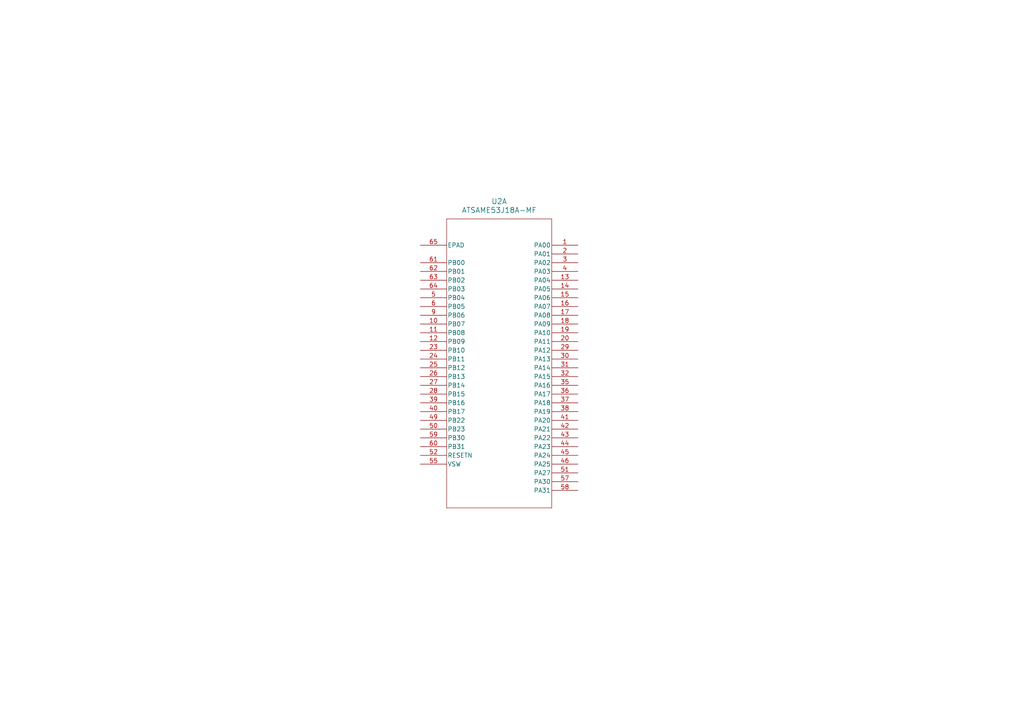
<source format=kicad_sch>
(kicad_sch (version 20231120) (generator "eeschema") (generator_version "8.0")
  (paper "A4")
  (lib_symbols
    (symbol "cortex-arm-m4:ATSAME53J18A-MF" (pin_names (offset 0.254))
      (property "Reference" "U" (at 22.86 12.7 0))
      (property "Value" "ATSAME53J18A-MF" (at 22.86 10.16 0))
      (symbol "ATSAME53J18A-MF_1_1"
        (polyline (pts (xy 7.62 -76.2) (xy 38.1 -76.2)) (stroke (width 0.127)))
        (polyline (pts (xy 7.62 7.62) (xy 7.62 -76.2)) (stroke (width 0.127)))
        (polyline (pts (xy 38.1 -76.2) (xy 38.1 7.62)) (stroke (width 0.127)))
        (polyline (pts (xy 38.1 7.62) (xy 7.62 7.62)) (stroke (width 0.127)))
        (pin bidirectional line (at 45.72 0 180) (length 7.62) (name "PA00") (number "1"))
        (pin bidirectional line (at 0 -22.86 0) (length 7.62) (name "PB07") (number "10"))
        (pin bidirectional line (at 0 -25.4 0) (length 7.62) (name "PB08") (number "11"))
        (pin bidirectional line (at 0 -27.94 0) (length 7.62) (name "PB09") (number "12"))
        (pin bidirectional line (at 45.72 -10.16 180) (length 7.62) (name "PA04") (number "13"))
        (pin bidirectional line (at 45.72 -12.7 180) (length 7.62) (name "PA05") (number "14"))
        (pin bidirectional line (at 45.72 -15.24 180) (length 7.62) (name "PA06") (number "15"))
        (pin bidirectional line (at 45.72 -17.78 180) (length 7.62) (name "PA07") (number "16"))
        (pin bidirectional line (at 45.72 -20.32 180) (length 7.62) (name "PA08") (number "17"))
        (pin bidirectional line (at 45.72 -22.86 180) (length 7.62) (name "PA09") (number "18"))
        (pin bidirectional line (at 45.72 -25.4 180) (length 7.62) (name "PA10") (number "19"))
        (pin bidirectional line (at 45.72 -2.54 180) (length 7.62) (name "PA01") (number "2"))
        (pin bidirectional line (at 45.72 -27.94 180) (length 7.62) (name "PA11") (number "20"))
        (pin bidirectional line (at 0 -30.48 0) (length 7.62) (name "PB10") (number "23"))
        (pin bidirectional line (at 0 -33.02 0) (length 7.62) (name "PB11") (number "24"))
        (pin bidirectional line (at 0 -35.56 0) (length 7.62) (name "PB12") (number "25"))
        (pin bidirectional line (at 0 -38.1 0) (length 7.62) (name "PB13") (number "26"))
        (pin bidirectional line (at 0 -40.64 0) (length 7.62) (name "PB14") (number "27"))
        (pin bidirectional line (at 0 -43.18 0) (length 7.62) (name "PB15") (number "28"))
        (pin bidirectional line (at 45.72 -30.48 180) (length 7.62) (name "PA12") (number "29"))
        (pin bidirectional line (at 45.72 -5.08 180) (length 7.62) (name "PA02") (number "3"))
        (pin bidirectional line (at 45.72 -33.02 180) (length 7.62) (name "PA13") (number "30"))
        (pin bidirectional line (at 45.72 -35.56 180) (length 7.62) (name "PA14") (number "31"))
        (pin bidirectional line (at 45.72 -38.1 180) (length 7.62) (name "PA15") (number "32"))
        (pin bidirectional line (at 45.72 -40.64 180) (length 7.62) (name "PA16") (number "35"))
        (pin bidirectional line (at 45.72 -43.18 180) (length 7.62) (name "PA17") (number "36"))
        (pin bidirectional line (at 45.72 -45.72 180) (length 7.62) (name "PA18") (number "37"))
        (pin bidirectional line (at 45.72 -48.26 180) (length 7.62) (name "PA19") (number "38"))
        (pin bidirectional line (at 0 -45.72 0) (length 7.62) (name "PB16") (number "39"))
        (pin bidirectional line (at 45.72 -7.62 180) (length 7.62) (name "PA03") (number "4"))
        (pin bidirectional line (at 0 -48.26 0) (length 7.62) (name "PB17") (number "40"))
        (pin bidirectional line (at 45.72 -50.8 180) (length 7.62) (name "PA20") (number "41"))
        (pin bidirectional line (at 45.72 -53.34 180) (length 7.62) (name "PA21") (number "42"))
        (pin bidirectional line (at 45.72 -55.88 180) (length 7.62) (name "PA22") (number "43"))
        (pin bidirectional line (at 45.72 -58.42 180) (length 7.62) (name "PA23") (number "44"))
        (pin bidirectional line (at 45.72 -60.96 180) (length 7.62) (name "PA24") (number "45"))
        (pin bidirectional line (at 45.72 -63.5 180) (length 7.62) (name "PA25") (number "46"))
        (pin bidirectional line (at 0 -50.8 0) (length 7.62) (name "PB22") (number "49"))
        (pin bidirectional line (at 0 -15.24 0) (length 7.62) (name "PB04") (number "5"))
        (pin bidirectional line (at 0 -53.34 0) (length 7.62) (name "PB23") (number "50"))
        (pin bidirectional line (at 45.72 -66.04 180) (length 7.62) (name "PA27") (number "51"))
        (pin unspecified line (at 0 -60.96 0) (length 7.62) (name "RESETN") (number "52"))
        (pin unspecified line (at 0 -63.5 0) (length 7.62) (name "VSW") (number "55"))
        (pin bidirectional line (at 45.72 -68.58 180) (length 7.62) (name "PA30") (number "57"))
        (pin bidirectional line (at 45.72 -71.12 180) (length 7.62) (name "PA31") (number "58"))
        (pin bidirectional line (at 0 -55.88 0) (length 7.62) (name "PB30") (number "59"))
        (pin bidirectional line (at 0 -17.78 0) (length 7.62) (name "PB05") (number "6"))
        (pin bidirectional line (at 0 -58.42 0) (length 7.62) (name "PB31") (number "60"))
        (pin bidirectional line (at 0 -5.08 0) (length 7.62) (name "PB00") (number "61"))
        (pin bidirectional line (at 0 -7.62 0) (length 7.62) (name "PB01") (number "62"))
        (pin bidirectional line (at 0 -10.16 0) (length 7.62) (name "PB02") (number "63"))
        (pin bidirectional line (at 0 -12.7 0) (length 7.62) (name "PB03") (number "64"))
        (pin unspecified line (at 0 0 0) (length 7.62) (name "EPAD") (number "65"))
        (pin bidirectional line (at 0 -20.32 0) (length 7.62) (name "PB06") (number "9"))
      )
      (symbol "ATSAME53J18A-MF_2_1"
        (polyline (pts (xy 7.62 -35.56) (xy 33.02 -35.56)) (stroke (width 0.127)))
        (polyline (pts (xy 7.62 5.08) (xy 7.62 -35.56)) (stroke (width 0.127)))
        (polyline (pts (xy 33.02 -35.56) (xy 33.02 5.08)) (stroke (width 0.127)))
        (polyline (pts (xy 33.02 5.08) (xy 7.62 5.08)) (stroke (width 0.127)))
        (pin power_in line (at 0 -7.62 0) (length 7.62) (name "VDDIO") (number "21"))
        (pin power_out line (at 0 -22.86 0) (length 7.62) (name "GND") (number "22"))
        (pin power_out line (at 0 -25.4 0) (length 7.62) (name "GND") (number "33"))
        (pin power_in line (at 0 -10.16 0) (length 7.62) (name "VDDIO") (number "34"))
        (pin power_out line (at 0 -27.94 0) (length 7.62) (name "GND") (number "47"))
        (pin power_in line (at 0 -12.7 0) (length 7.62) (name "VDDIO") (number "48"))
        (pin power_in line (at 0 -2.54 0) (length 7.62) (name "VDDCORE") (number "53"))
        (pin power_out line (at 0 -30.48 0) (length 7.62) (name "GND") (number "54"))
        (pin power_in line (at 0 -15.24 0) (length 7.62) (name "VDDIO") (number "56"))
        (pin power_out line (at 0 -20.32 0) (length 7.62) (name "GND") (number "7"))
        (pin power_in line (at 0 0 0) (length 7.62) (name "VDDANA") (number "8"))
      )
    )
  )
  (symbol (lib_id "cortex-arm-m4:ATSAME53J18A-MF") (at 121.92 71.12 0) (unit 1)
    (property "Reference" "U2" (at 144.78 58.42 0) (effects (font (size 1.524 1.524))))
    (property "Value" "ATSAME53J18A-MF" (at 144.78 60.96 0) (effects (font (size 1.524 1.524))))
    (property "Footprint" "QFN64_9x9MC_MCH" (effects (hide yes)))
    (property "Datasheet" "ATSAME53J18A-MF" (effects (hide yes)))
  )
)
</source>
